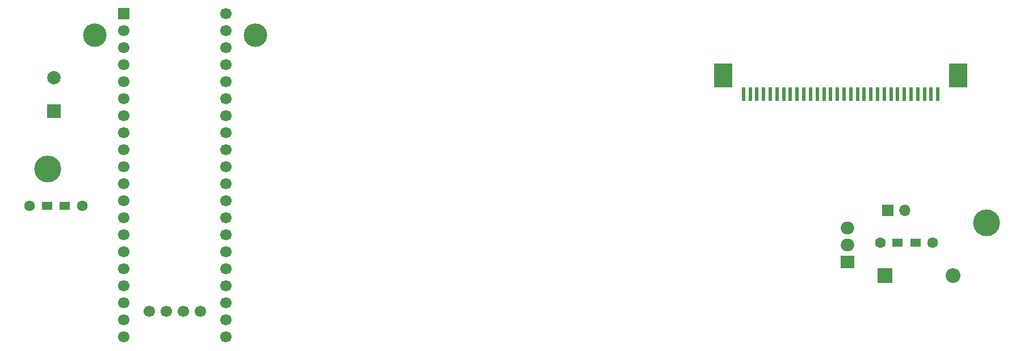
<source format=gts>
G04 #@! TF.GenerationSoftware,KiCad,Pcbnew,(6.0.1-0)*
G04 #@! TF.CreationDate,2023-03-21T08:55:20-07:00*
G04 #@! TF.ProjectId,daughterboard,64617567-6874-4657-9262-6f6172642e6b,v0.1*
G04 #@! TF.SameCoordinates,Original*
G04 #@! TF.FileFunction,Soldermask,Top*
G04 #@! TF.FilePolarity,Negative*
%FSLAX46Y46*%
G04 Gerber Fmt 4.6, Leading zero omitted, Abs format (unit mm)*
G04 Created by KiCad (PCBNEW (6.0.1-0)) date 2023-03-21 08:55:20*
%MOMM*%
%LPD*%
G01*
G04 APERTURE LIST*
%ADD10C,3.500000*%
%ADD11C,4.000000*%
%ADD12R,2.200000X2.200000*%
%ADD13O,2.200000X2.200000*%
%ADD14R,2.000000X2.000000*%
%ADD15C,2.000000*%
%ADD16R,2.000000X1.905000*%
%ADD17O,2.000000X1.905000*%
%ADD18R,0.610000X2.000000*%
%ADD19R,2.680000X3.600000*%
%ADD20R,1.700000X1.700000*%
%ADD21O,1.700000X1.700000*%
%ADD22C,1.700000*%
%ADD23R,1.500000X1.200000*%
%ADD24C,1.600000*%
G04 APERTURE END LIST*
D10*
X76770000Y-51990000D03*
X100770000Y-51990000D03*
D11*
X69770000Y-71990000D03*
X209770000Y-79990000D03*
D12*
X194691000Y-87884000D03*
D13*
X204851000Y-87884000D03*
D14*
X70739000Y-63330785D03*
D15*
X70739000Y-58330785D03*
D16*
X189103000Y-85852000D03*
D17*
X189103000Y-83312000D03*
X189103000Y-80772000D03*
D18*
X202550000Y-60800000D03*
X201550000Y-60800000D03*
X200550000Y-60800000D03*
X199550000Y-60800000D03*
X198550000Y-60800000D03*
X197550000Y-60800000D03*
X196550000Y-60800000D03*
X195550000Y-60800000D03*
X194550000Y-60800000D03*
X193550000Y-60800000D03*
X192550000Y-60800000D03*
X191550000Y-60800000D03*
X190550000Y-60800000D03*
X189550000Y-60800000D03*
X188550000Y-60800000D03*
X187550000Y-60800000D03*
X186550000Y-60800000D03*
X185550000Y-60800000D03*
X184550000Y-60800000D03*
X183550000Y-60800000D03*
X182550000Y-60800000D03*
X181550000Y-60800000D03*
X180550000Y-60800000D03*
X179550000Y-60800000D03*
X178550000Y-60800000D03*
X177550000Y-60800000D03*
X176550000Y-60800000D03*
X175550000Y-60800000D03*
X174550000Y-60800000D03*
X173550000Y-60800000D03*
D19*
X170560000Y-58000000D03*
X205540000Y-58000000D03*
D20*
X195067000Y-78105000D03*
D21*
X197607000Y-78105000D03*
D20*
X81100000Y-48768000D03*
D22*
X81100000Y-51308000D03*
X81100000Y-53848000D03*
X81100000Y-56388000D03*
X81100000Y-58928000D03*
X81100000Y-61468000D03*
X81100000Y-64008000D03*
X81100000Y-66548000D03*
X81100000Y-69088000D03*
X81100000Y-71628000D03*
X81100000Y-74168000D03*
X81100000Y-76708000D03*
X81100000Y-79248000D03*
X81100000Y-81788000D03*
X81100000Y-84328000D03*
X81100000Y-86868000D03*
X81100000Y-89408000D03*
X81100000Y-91948000D03*
X81100000Y-94488000D03*
X81100000Y-97028000D03*
X96340000Y-97028000D03*
X96340000Y-94488000D03*
X96340000Y-91948000D03*
X96340000Y-89408000D03*
X96340000Y-86868000D03*
X96340000Y-84328000D03*
X96340000Y-81788000D03*
X96340000Y-79248000D03*
X96340000Y-76708000D03*
X96340000Y-74168000D03*
X96340000Y-71628000D03*
X96340000Y-69088000D03*
X96340000Y-66548000D03*
X96340000Y-64008000D03*
X96340000Y-61468000D03*
X96340000Y-58928000D03*
X96340000Y-56388000D03*
X96340000Y-53848000D03*
X96340000Y-51308000D03*
X96340000Y-48768000D03*
X92532000Y-93217000D03*
X89992000Y-93217000D03*
X87452000Y-93217000D03*
X84912000Y-93217000D03*
D23*
X72343000Y-77470000D03*
D24*
X74893000Y-77470000D03*
X67093000Y-77470000D03*
D23*
X69643000Y-77470000D03*
D24*
X201766000Y-82931000D03*
D23*
X199216000Y-82931000D03*
X196516000Y-82931000D03*
D24*
X193966000Y-82931000D03*
M02*

</source>
